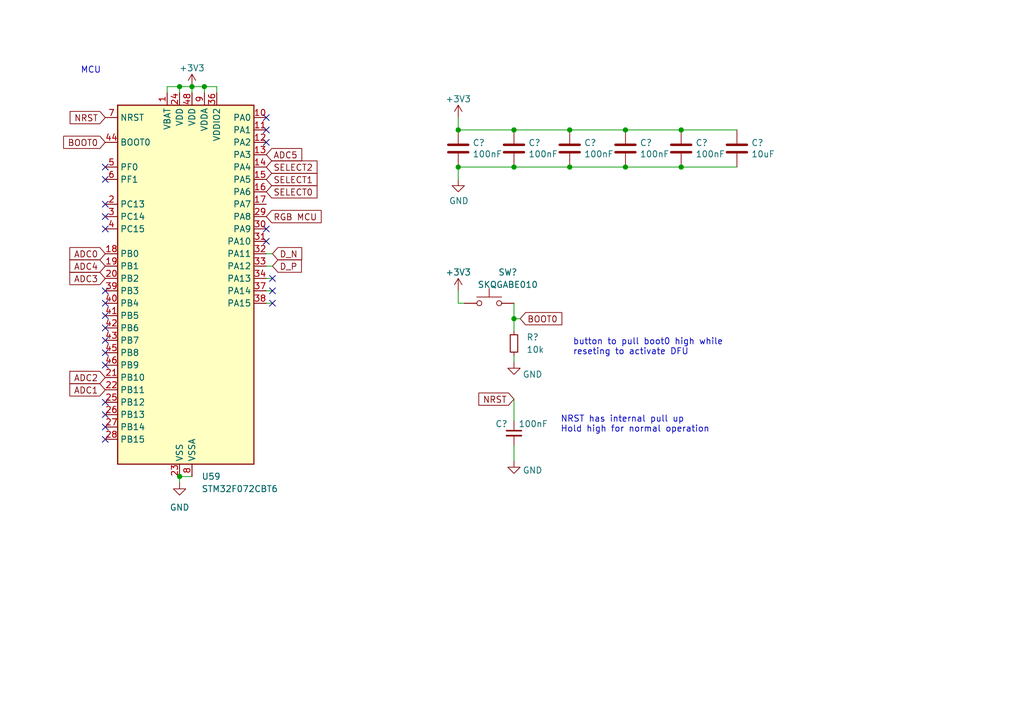
<source format=kicad_sch>
(kicad_sch (version 20230121) (generator eeschema)
  (paper "A5")
  (lib_symbols
    (symbol "Device:C" (pin_numbers hide) (pin_names (offset 0.254))
      (property "Reference" "C" (at 0.635 2.54 0))
      (property "Value" "C" (at 0.635 -2.54 0))
      (symbol "C_0_1"
        (polyline (pts (xy -2.032 -0.762) (xy 2.032 -0.762)) (stroke (width 0.508)))
        (polyline (pts (xy -2.032 0.762) (xy 2.032 0.762)) (stroke (width 0.508)))
      )
      (symbol "C_1_1"
        (pin passive line (at 0 3.81 270) (length 2.794) (name "~") (number "1"))
        (pin passive line (at 0 -3.81 90) (length 2.794) (name "~") (number "2"))
      )
    )
    (symbol "Device:C_Small" (pin_numbers hide) (pin_names (offset 0.254) hide)
      (property "Reference" "C" (at 0.254 1.778 0))
      (property "Value" "C_Small" (at 0.254 -2.032 0))
      (symbol "C_Small_0_1"
        (polyline (pts (xy -1.524 -0.508) (xy 1.524 -0.508)) (stroke (width 0.3302)))
        (polyline (pts (xy -1.524 0.508) (xy 1.524 0.508)) (stroke (width 0.3048)))
      )
      (symbol "C_Small_1_1"
        (pin passive line (at 0 2.54 270) (length 2.032) (name "~") (number "1"))
        (pin passive line (at 0 -2.54 90) (length 2.032) (name "~") (number "2"))
      )
    )
    (symbol "Device:R_Small" (pin_numbers hide) (pin_names (offset 0.254) hide)
      (property "Reference" "R" (at 0.762 0.508 0))
      (property "Value" "R_Small" (at 0.762 -1.016 0))
      (symbol "R_Small_0_1"
        (rectangle (start -0.762 1.778) (end 0.762 -1.778) (stroke (width 0.2032)))
      )
      (symbol "R_Small_1_1"
        (pin passive line (at 0 2.54 270) (length 0.762) (name "~") (number "1"))
        (pin passive line (at 0 -2.54 90) (length 0.762) (name "~") (number "2"))
      )
    )
    (symbol "MCU_ST_STM32F0:STM32F072CBTx"
      (property "Reference" "U" (at -12.7 39.37 0))
      (property "Value" "STM32F072CBTx" (at 10.16 39.37 0))
      (symbol "STM32F072CBTx_0_1"
        (rectangle (start -12.7 -35.56) (end 15.24 38.1) (stroke (width 0.254)) (fill (type background)))
      )
      (symbol "STM32F072CBTx_1_1"
        (pin power_in line (at -2.54 40.64 270) (length 2.54) (name "VBAT") (number "1"))
        (pin bidirectional line (at 17.78 35.56 180) (length 2.54) (name "PA0") (number "10"))
        (pin bidirectional line (at 17.78 33.02 180) (length 2.54) (name "PA1") (number "11"))
        (pin bidirectional line (at 17.78 30.48 180) (length 2.54) (name "PA2") (number "12"))
        (pin bidirectional line (at 17.78 27.94 180) (length 2.54) (name "PA3") (number "13"))
        (pin bidirectional line (at 17.78 25.4 180) (length 2.54) (name "PA4") (number "14"))
        (pin bidirectional line (at 17.78 22.86 180) (length 2.54) (name "PA5") (number "15"))
        (pin bidirectional line (at 17.78 20.32 180) (length 2.54) (name "PA6") (number "16"))
        (pin bidirectional line (at 17.78 17.78 180) (length 2.54) (name "PA7") (number "17"))
        (pin bidirectional line (at -15.24 7.62 0) (length 2.54) (name "PB0") (number "18"))
        (pin bidirectional line (at -15.24 5.08 0) (length 2.54) (name "PB1") (number "19"))
        (pin bidirectional line (at -15.24 17.78 0) (length 2.54) (name "PC13") (number "2"))
        (pin bidirectional line (at -15.24 2.54 0) (length 2.54) (name "PB2") (number "20"))
        (pin bidirectional line (at -15.24 -17.78 0) (length 2.54) (name "PB10") (number "21"))
        (pin bidirectional line (at -15.24 -20.32 0) (length 2.54) (name "PB11") (number "22"))
        (pin power_in line (at 0 -38.1 90) (length 2.54) (name "VSS") (number "23"))
        (pin power_in line (at 0 40.64 270) (length 2.54) (name "VDD") (number "24"))
        (pin bidirectional line (at -15.24 -22.86 0) (length 2.54) (name "PB12") (number "25"))
        (pin bidirectional line (at -15.24 -25.4 0) (length 2.54) (name "PB13") (number "26"))
        (pin bidirectional line (at -15.24 -27.94 0) (length 2.54) (name "PB14") (number "27"))
        (pin bidirectional line (at -15.24 -30.48 0) (length 2.54) (name "PB15") (number "28"))
        (pin bidirectional line (at 17.78 15.24 180) (length 2.54) (name "PA8") (number "29"))
        (pin bidirectional line (at -15.24 15.24 0) (length 2.54) (name "PC14") (number "3"))
        (pin bidirectional line (at 17.78 12.7 180) (length 2.54) (name "PA9") (number "30"))
        (pin bidirectional line (at 17.78 10.16 180) (length 2.54) (name "PA10") (number "31"))
        (pin bidirectional line (at 17.78 7.62 180) (length 2.54) (name "PA11") (number "32"))
        (pin bidirectional line (at 17.78 5.08 180) (length 2.54) (name "PA12") (number "33"))
        (pin bidirectional line (at 17.78 2.54 180) (length 2.54) (name "PA13") (number "34"))
        (pin passive line (at 0 -38.1 90) (length 2.54) hide (name "VSS") (number "35"))
        (pin power_in line (at 7.62 40.64 270) (length 2.54) (name "VDDIO2") (number "36"))
        (pin bidirectional line (at 17.78 0 180) (length 2.54) (name "PA14") (number "37"))
        (pin bidirectional line (at 17.78 -2.54 180) (length 2.54) (name "PA15") (number "38"))
        (pin bidirectional line (at -15.24 0 0) (length 2.54) (name "PB3") (number "39"))
        (pin bidirectional line (at -15.24 12.7 0) (length 2.54) (name "PC15") (number "4"))
        (pin bidirectional line (at -15.24 -2.54 0) (length 2.54) (name "PB4") (number "40"))
        (pin bidirectional line (at -15.24 -5.08 0) (length 2.54) (name "PB5") (number "41"))
        (pin bidirectional line (at -15.24 -7.62 0) (length 2.54) (name "PB6") (number "42"))
        (pin bidirectional line (at -15.24 -10.16 0) (length 2.54) (name "PB7") (number "43"))
        (pin input line (at -15.24 30.48 0) (length 2.54) (name "BOOT0") (number "44"))
        (pin bidirectional line (at -15.24 -12.7 0) (length 2.54) (name "PB8") (number "45"))
        (pin bidirectional line (at -15.24 -15.24 0) (length 2.54) (name "PB9") (number "46"))
        (pin passive line (at 0 -38.1 90) (length 2.54) hide (name "VSS") (number "47"))
        (pin power_in line (at 2.54 40.64 270) (length 2.54) (name "VDD") (number "48"))
        (pin bidirectional line (at -15.24 25.4 0) (length 2.54) (name "PF0") (number "5"))
        (pin bidirectional line (at -15.24 22.86 0) (length 2.54) (name "PF1") (number "6"))
        (pin input line (at -15.24 35.56 0) (length 2.54) (name "NRST") (number "7"))
        (pin power_in line (at 2.54 -38.1 90) (length 2.54) (name "VSSA") (number "8"))
        (pin power_in line (at 5.08 40.64 270) (length 2.54) (name "VDDA") (number "9"))
      )
    )
    (symbol "Switch:SW_Push" (pin_numbers hide) (pin_names (offset 1.016) hide)
      (property "Reference" "SW" (at 1.27 2.54 0))
      (property "Value" "SW_Push" (at 0 -1.524 0))
      (symbol "SW_Push_0_1"
        (circle (center -2.032 0) (radius 0.508))
        (polyline (pts (xy 0 1.27) (xy 0 3.048)))
        (polyline (pts (xy 2.54 1.27) (xy -2.54 1.27)))
        (circle (center 2.032 0) (radius 0.508))
        (pin passive line (at -5.08 0 0) (length 2.54) (name "1") (number "1"))
        (pin passive line (at 5.08 0 180) (length 2.54) (name "2") (number "2"))
      )
    )
    (symbol "power:+3V3" (power) (pin_names (offset 0))
      (property "Value" "+3V3" (at 0 3.556 0))
      (symbol "+3V3_0_1"
        (polyline (pts (xy -0.762 1.27) (xy 0 2.54)))
        (polyline (pts (xy 0 0) (xy 0 2.54)))
        (polyline (pts (xy 0 2.54) (xy 0.762 1.27)))
      )
      (symbol "+3V3_1_1"
        (pin power_in line (at 0 0 90) (length 0) hide (name "+3V3") (number "1"))
      )
    )
    (symbol "power:GND" (power) (pin_names (offset 0))
      (property "Value" "GND" (at 0 -3.81 0))
      (symbol "GND_0_1"
        (polyline (pts (xy 0 0) (xy 0 -1.27) (xy 1.27 -1.27) (xy 0 -2.54) (xy -1.27 -1.27) (xy 0 -1.27)))
      )
      (symbol "GND_1_1"
        (pin power_in line (at 0 0 270) (length 0) hide (name "GND") (number "1"))
      )
    )
  )
  (junction (at 128.27 34.29))
  (junction (at 105.41 26.67))
  (junction (at 39.37 17.78))
  (junction (at 128.27 26.67))
  (junction (at 93.98 26.67))
  (junction (at 105.41 65.405))
  (junction (at 116.84 26.67))
  (junction (at 139.7 26.67))
  (junction (at 41.91 17.78))
  (junction (at 36.83 97.79))
  (junction (at 93.98 34.29))
  (junction (at 36.83 17.78))
  (junction (at 139.7 34.29))
  (junction (at 105.41 34.29))
  (junction (at 116.84 34.29))
  (no_connect (at 21.59 90.17))
  (no_connect (at 21.59 36.83))
  (no_connect (at 21.59 34.29))
  (no_connect (at 21.59 44.45))
  (no_connect (at 54.61 29.21))
  (no_connect (at 21.59 62.23))
  (no_connect (at 21.59 69.85))
  (no_connect (at 21.59 59.69))
  (no_connect (at 54.61 46.99))
  (no_connect (at 21.59 67.31))
  (no_connect (at 21.59 72.39))
  (no_connect (at 21.59 74.93))
  (no_connect (at 55.88 62.23))
  (no_connect (at 55.88 57.15))
  (no_connect (at 21.59 64.77))
  (no_connect (at 21.59 82.55))
  (no_connect (at 21.59 87.63))
  (no_connect (at 55.88 59.69))
  (no_connect (at 21.59 46.99))
  (no_connect (at 21.59 85.09))
  (no_connect (at 54.61 49.53))
  (no_connect (at 21.59 41.91))
  (no_connect (at 54.61 24.13))
  (no_connect (at 54.61 26.67))
  (wire (pts (xy 36.83 17.78) (xy 36.83 19.05)))
  (wire (pts (xy 55.88 54.61) (xy 54.61 54.61)))
  (wire (pts (xy 55.88 59.69) (xy 54.61 59.69)))
  (wire (pts (xy 39.37 17.78) (xy 41.91 17.78)))
  (wire (pts (xy 41.91 17.78) (xy 41.91 19.05)))
  (wire (pts (xy 44.45 17.78) (xy 44.45 19.05)))
  (wire (pts (xy 95.25 62.23) (xy 93.98 62.23)))
  (wire (pts (xy 39.37 17.78) (xy 39.37 19.05)))
  (wire (pts (xy 34.29 17.78) (xy 36.83 17.78)))
  (wire (pts (xy 105.41 34.29) (xy 116.84 34.29)))
  (wire (pts (xy 93.98 62.23) (xy 93.98 59.69)))
  (wire (pts (xy 55.88 57.15) (xy 54.61 57.15)))
  (wire (pts (xy 34.29 17.78) (xy 34.29 19.05)))
  (wire (pts (xy 55.88 52.07) (xy 54.61 52.07)))
  (wire (pts (xy 105.41 34.29) (xy 93.98 34.29)))
  (wire (pts (xy 36.83 17.78) (xy 39.37 17.78)))
  (wire (pts (xy 105.41 26.67) (xy 93.98 26.67)))
  (wire (pts (xy 36.83 97.79) (xy 39.37 97.79)))
  (wire (pts (xy 93.98 24.13) (xy 93.98 26.67)))
  (wire (pts (xy 139.7 34.29) (xy 151.13 34.29)))
  (wire (pts (xy 105.41 65.405) (xy 106.68 65.405)))
  (wire (pts (xy 41.91 17.78) (xy 44.45 17.78)))
  (wire (pts (xy 36.83 99.06) (xy 36.83 97.79)))
  (wire (pts (xy 139.7 26.67) (xy 151.13 26.67)))
  (wire (pts (xy 128.27 26.67) (xy 139.7 26.67)))
  (wire (pts (xy 55.88 62.23) (xy 54.61 62.23)))
  (wire (pts (xy 105.41 94.615) (xy 105.41 91.44)))
  (wire (pts (xy 116.84 34.29) (xy 128.27 34.29)))
  (wire (pts (xy 105.41 65.405) (xy 105.41 67.945)))
  (wire (pts (xy 128.27 34.29) (xy 139.7 34.29)))
  (wire (pts (xy 105.41 73.025) (xy 105.41 74.295)))
  (wire (pts (xy 105.41 26.67) (xy 116.84 26.67)))
  (wire (pts (xy 105.41 81.915) (xy 105.41 86.36)))
  (wire (pts (xy 105.41 62.23) (xy 105.41 65.405)))
  (wire (pts (xy 116.84 26.67) (xy 128.27 26.67)))
  (wire (pts (xy 93.98 36.83) (xy 93.98 34.29)))
  (text "NRST has internal pull up\nHold high for normal operation" (at 114.935 88.9 0) (effects (font (size 1.27 1.27)) (justify left bottom)))
  (text "MCU" (at 16.51 15.24 0) (effects (font (size 1.27 1.27)) (justify left bottom)))
  (text "button to pull boot0 high while \nreseting to activate DFU" (at 117.475 73.025 0) (effects (font (size 1.27 1.27)) (justify left bottom)))
  (global_label "D_N" (shape input) (at 55.88 52.07 0) (property "Intersheetrefs" "${INTERSHEET_REFS}" (effects hide)))
  (global_label "RGB MCU" (shape input) (at 54.61 44.45 0) (property "Intersheetrefs" "${INTERSHEET_REFS}" (effects hide)))
  (global_label "BOOT0" (shape input) (at 21.59 29.21 180) (property "Intersheetrefs" "${INTERSHEET_REFS}" (effects hide)))
  (global_label "ADC3" (shape input) (at 21.59 57.15 180) (property "Intersheetrefs" "${INTERSHEET_REFS}" (effects hide)))
  (global_label "ADC5" (shape input) (at 54.61 31.75 0) (property "Intersheetrefs" "${INTERSHEET_REFS}" (effects hide)))
  (global_label "ADC0" (shape input) (at 21.59 52.07 180) (property "Intersheetrefs" "${INTERSHEET_REFS}" (effects hide)))
  (global_label "D_P" (shape input) (at 55.88 54.61 0) (property "Intersheetrefs" "${INTERSHEET_REFS}" (effects hide)))
  (global_label "ADC2" (shape input) (at 21.59 77.47 180) (property "Intersheetrefs" "${INTERSHEET_REFS}" (effects hide)))
  (global_label "SELECT1" (shape input) (at 54.61 36.83 0) (property "Intersheetrefs" "${INTERSHEET_REFS}" (effects hide)))
  (global_label "NRST" (shape input) (at 21.59 24.13 180) (property "Intersheetrefs" "${INTERSHEET_REFS}" (effects hide)))
  (global_label "SELECT2" (shape input) (at 54.61 34.29 0) (property "Intersheetrefs" "${INTERSHEET_REFS}" (effects hide)))
  (global_label "SELECT0" (shape input) (at 54.61 39.37 0) (property "Intersheetrefs" "${INTERSHEET_REFS}" (effects hide)))
  (global_label "ADC4" (shape input) (at 21.59 54.61 180) (property "Intersheetrefs" "${INTERSHEET_REFS}" (effects hide)))
  (global_label "NRST" (shape input) (at 105.41 81.915 180) (property "Intersheetrefs" "${INTERSHEET_REFS}" (effects hide)))
  (global_label "BOOT0" (shape input) (at 106.68 65.405 0) (property "Intersheetrefs" "${INTERSHEET_REFS}" (effects hide)))
  (global_label "ADC1" (shape input) (at 21.59 80.01 180) (property "Intersheetrefs" "${INTERSHEET_REFS}" (effects hide)))
  (symbol (lib_id "power:GND") (at 105.41 74.295 0) (unit 1)
    (property "Reference" "#PWR?" (effects hide))
    (property "Value" "GND" (at 109.22 76.835 0))
    (instances (project "TKL" (path "" (reference "#PWR?") (unit 1))) (project "vootington VAN" (path "" (reference "#PWR0114") (unit 1))) (project "le_capybara" (path "" (reference "#PWR016") (unit 1))))
  )
  (symbol (lib_id "Device:C") (at 139.7 30.48 0) (unit 1)
    (property "Reference" "C?" (at 142.621 29.3116 0) (effects (justify left)))
    (property "Value" "100nF" (at 142.621 31.623 0) (effects (justify left)))
    (property "Footprint" "Capacitor_SMD:C_0402_1005Metric" (effects hide))
    (property "LCSC" "C307331" (effects hide))
    (instances (project "LeChiffre" (path "" (reference "C?") (unit 1))) (project "vootington VAN" (path "" (reference "C12") (unit 1))) (project "stm32_hotswap_chiffre" (path "" (reference "C5") (unit 1))))
  )
  (symbol (lib_id "power:GND") (at 105.41 94.615 0) (mirror y) (unit 1)
    (property "Reference" "#PWR?" (effects hide))
    (property "Value" "GND" (at 109.22 96.52 0))
    (instances (project "TKL" (path "" (reference "#PWR?") (unit 1))) (project "vootington VAN" (path "" (reference "#PWR0117") (unit 1))) (project "le_capybara" (path "" (reference "#PWR022") (unit 1))))
  )
  (symbol (lib_id "Device:R_Small") (at 105.41 70.485 0) (unit 1)
    (property "Reference" "R?" (at 107.95 69.2149 0) (effects (justify left)))
    (property "Value" "10k" (at 107.95 71.7549 0) (effects (justify left)))
    (property "Footprint" "Resistor_SMD:R_0402_1005Metric" (effects hide))
    (instances (project "TKL" (path "" (reference "R?") (unit 1))) (project "vootington VAN" (path "" (reference "R5") (unit 1))) (project "le_capybara" (path "" (reference "R3") (unit 1))))
  )
  (symbol (lib_id "power:GND") (at 36.83 99.06 0) (unit 1)
    (property "Reference" "#PWR0115" (effects hide))
    (property "Value" "GND" (at 36.83 104.14 0))
    (instances (project "vootington VAN" (path "" (reference "#PWR0115") (unit 1))) (project "le_capybara" (path "" (reference "#PWR021") (unit 1))))
  )
  (symbol (lib_id "MCU_ST_STM32F0:STM32F072CBTx") (at 36.83 59.69 0) (unit 1)
    (property "Reference" "U59" (at 41.3259 97.79 0) (effects (justify left)))
    (property "Value" "STM32F072CBT6" (at 41.3259 100.33 0) (effects (justify left)))
    (property "Footprint" "Package_QFP:LQFP-48_7x7mm_P0.5mm" (effects hide))
    (property "Datasheet" "https://www.st.com/resource/en/datasheet/stm32f072cb.pdf" (effects hide))
    (property "JlcRotOffset" "90" (effects hide))
    (instances (project "vootington VAN" (path "" (reference "U59") (unit 1))) (project "le_capybara" (path "" (reference "U2") (unit 1))))
  )
  (symbol (lib_id "Device:C") (at 116.84 30.48 0) (unit 1)
    (property "Reference" "C?" (at 119.761 29.3116 0) (effects (justify left)))
    (property "Value" "100nF" (at 119.761 31.623 0) (effects (justify left)))
    (property "Footprint" "Capacitor_SMD:C_0402_1005Metric" (effects hide))
    (property "LCSC" "C307331" (effects hide))
    (instances (project "LeChiffre" (path "" (reference "C?") (unit 1))) (project "vootington VAN" (path "" (reference "C10") (unit 1))) (project "stm32_hotswap_chiffre" (path "" (reference "C3") (unit 1))))
  )
  (symbol (lib_id "power:+3V3") (at 93.98 24.13 0) (unit 1)
    (property "Reference" "#PWR01" (effects hide))
    (property "Value" "+3V3" (at 93.98 20.32 0))
    (instances (project "vootington VAN" (path "" (reference "#PWR01") (unit 1))) (project "stm32_hotswap_chiffre" (path "" (reference "#PWR03") (unit 1))))
  )
  (symbol (lib_id "Switch:SW_Push") (at 100.33 62.23 0) (unit 1)
    (property "Reference" "SW?" (at 104.14 55.88 0))
    (property "Value" "SKQGABE010" (at 104.14 58.42 0))
    (property "Footprint" "Button_Switch_SMD:SW_SPST_SKQG_WithoutStem" (effects hide))
    (property "LCSC" "C115351" (effects hide))
    (instances (project "TKL" (path "" (reference "SW?") (unit 1))) (project "vootington VAN" (path "" (reference "SW1") (unit 1))) (project "le_capybara" (path "" (reference "SW37") (unit 1))))
  )
  (symbol (lib_id "Device:C") (at 128.27 30.48 0) (unit 1)
    (property "Reference" "C?" (at 131.191 29.3116 0) (effects (justify left)))
    (property "Value" "100nF" (at 131.191 31.623 0) (effects (justify left)))
    (property "Footprint" "Capacitor_SMD:C_0402_1005Metric" (effects hide))
    (property "LCSC" "C307331" (effects hide))
    (instances (project "LeChiffre" (path "" (reference "C?") (unit 1))) (project "vootington VAN" (path "" (reference "C11") (unit 1))) (project "stm32_hotswap_chiffre" (path "" (reference "C4") (unit 1))))
  )
  (symbol (lib_id "power:GND") (at 93.98 36.83 0) (unit 1)
    (property "Reference" "#PWR?" (effects hide))
    (property "Value" "GND" (at 94.107 41.2242 0))
    (instances (project "LeChiffre" (path "" (reference "#PWR?") (unit 1))) (project "vootington VAN" (path "" (reference "#PWR02") (unit 1))) (project "stm32_hotswap_chiffre" (path "" (reference "#PWR05") (unit 1))))
  )
  (symbol (lib_id "Device:C") (at 105.41 30.48 0) (unit 1)
    (property "Reference" "C?" (at 108.331 29.3116 0) (effects (justify left)))
    (property "Value" "100nF" (at 108.331 31.623 0) (effects (justify left)))
    (property "Footprint" "Capacitor_SMD:C_0402_1005Metric" (effects hide))
    (property "LCSC" "C307331" (effects hide))
    (instances (project "LeChiffre" (path "" (reference "C?") (unit 1))) (project "vootington VAN" (path "" (reference "C2") (unit 1))) (project "stm32_hotswap_chiffre" (path "" (reference "C2") (unit 1))))
  )
  (symbol (lib_id "power:+3V3") (at 39.37 17.78 0) (unit 1)
    (property "Reference" "#PWR0107" (effects hide))
    (property "Value" "+3V3" (at 39.37 13.97 0))
    (instances (project "vootington VAN" (path "" (reference "#PWR0107") (unit 1))) (project "le_capybara" (path "" (reference "#PWR01") (unit 1))))
  )
  (symbol (lib_id "Device:C") (at 93.98 30.48 0) (unit 1)
    (property "Reference" "C?" (at 96.901 29.3116 0) (effects (justify left)))
    (property "Value" "100nF" (at 96.901 31.623 0) (effects (justify left)))
    (property "Footprint" "Capacitor_SMD:C_0402_1005Metric" (effects hide))
    (property "LCSC" "C307331" (effects hide))
    (instances (project "LeChiffre" (path "" (reference "C?") (unit 1))) (project "vootington VAN" (path "" (reference "C1") (unit 1))) (project "stm32_hotswap_chiffre" (path "" (reference "C1") (unit 1))))
  )
  (symbol (lib_id "power:+3V3") (at 93.98 59.69 0) (mirror y) (unit 1)
    (property "Reference" "#PWR0113" (effects hide))
    (property "Value" "+3V3" (at 93.98 55.88 0))
    (instances (project "vootington VAN" (path "" (reference "#PWR0113") (unit 1))) (project "le_capybara" (path "" (reference "#PWR015") (unit 1))))
  )
  (symbol (lib_id "Device:C") (at 151.13 30.48 0) (unit 1)
    (property "Reference" "C?" (at 154.051 29.3116 0) (effects (justify left)))
    (property "Value" "10uF" (at 154.051 31.623 0) (effects (justify left)))
    (property "Footprint" "Capacitor_SMD:C_0603_1608Metric" (effects hide))
    (instances (project "LeChiffre" (path "" (reference "C?") (unit 1))) (project "vootington VAN" (path "" (reference "C13") (unit 1))) (project "stm32_hotswap_chiffre" (path "" (reference "C6") (unit 1))))
  )
  (symbol (lib_id "Device:C_Small") (at 105.41 88.9 0) (mirror y) (unit 1)
    (property "Reference" "C?" (at 104.14 86.995 0) (effects (justify left)))
    (property "Value" "100nF" (at 112.395 86.995 0) (effects (justify left)))
    (property "Footprint" "Capacitor_SMD:C_0402_1005Metric" (effects hide))
    (property "LCSC" "C307331" (effects hide))
    (instances (project "TKL" (path "" (reference "C?") (unit 1))) (project "vootington VAN" (path "" (reference "C29") (unit 1))) (project "le_capybara" (path "" (reference "C17") (unit 1))))
  )
)
</source>
